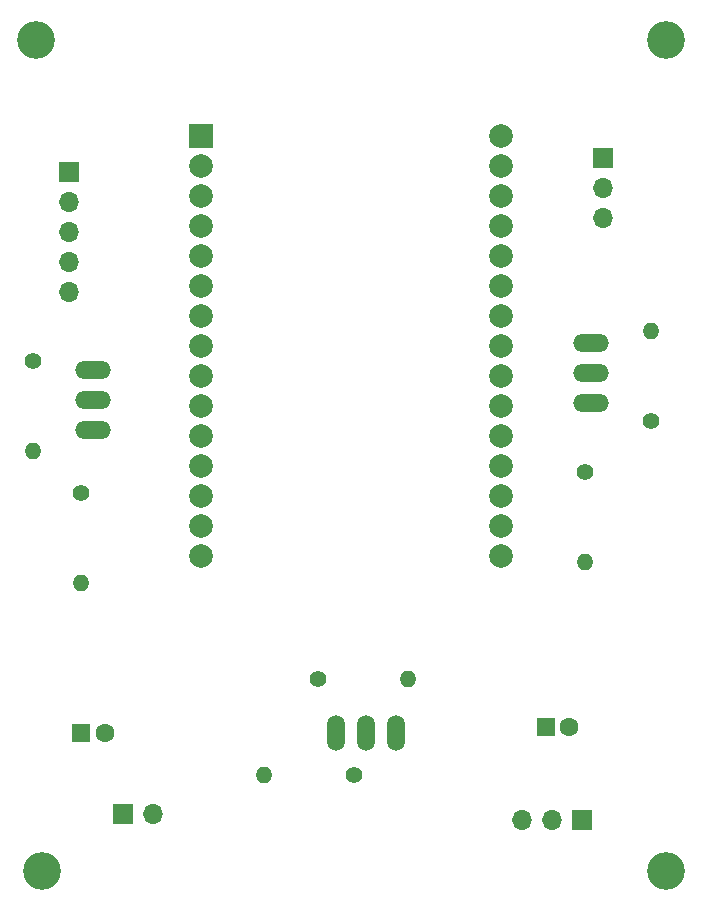
<source format=gbr>
%TF.GenerationSoftware,KiCad,Pcbnew,6.0.6-3a73a75311~116~ubuntu22.04.1*%
%TF.CreationDate,2022-08-13T00:33:13+05:30*%
%TF.ProjectId,esp32_breakout_board,65737033-325f-4627-9265-616b6f75745f,rev?*%
%TF.SameCoordinates,Original*%
%TF.FileFunction,Soldermask,Top*%
%TF.FilePolarity,Negative*%
%FSLAX46Y46*%
G04 Gerber Fmt 4.6, Leading zero omitted, Abs format (unit mm)*
G04 Created by KiCad (PCBNEW 6.0.6-3a73a75311~116~ubuntu22.04.1) date 2022-08-13 00:33:13*
%MOMM*%
%LPD*%
G01*
G04 APERTURE LIST*
%ADD10R,1.600000X1.600000*%
%ADD11C,1.600000*%
%ADD12R,2.000000X2.000000*%
%ADD13C,2.000000*%
%ADD14C,3.200000*%
%ADD15C,1.400000*%
%ADD16O,1.400000X1.400000*%
%ADD17O,1.508000X3.016000*%
%ADD18R,1.700000X1.700000*%
%ADD19O,1.700000X1.700000*%
%ADD20O,3.016000X1.508000*%
G04 APERTURE END LIST*
D10*
%TO.C,C1*%
X102870000Y-110490000D03*
D11*
X104870000Y-110490000D03*
%TD*%
D12*
%TO.C,U1*%
X73660000Y-60431000D03*
D13*
X73660000Y-62971000D03*
X73660000Y-65511000D03*
X73660000Y-68051000D03*
X73660000Y-70591000D03*
X73660000Y-73131000D03*
X73660000Y-75671000D03*
X73660000Y-78211000D03*
X73660000Y-80751000D03*
X73660000Y-83291000D03*
X73660000Y-85831000D03*
X73660000Y-88371000D03*
X73660000Y-90911000D03*
X73660000Y-93451000D03*
X73660000Y-95991000D03*
X99060000Y-95991000D03*
X99060000Y-93451000D03*
X99060000Y-90911000D03*
X99060000Y-88371000D03*
X99060000Y-85831000D03*
X99060000Y-83291000D03*
X99060000Y-80751000D03*
X99060000Y-78211000D03*
X99060000Y-75671000D03*
X99060000Y-73131000D03*
X99060000Y-70591000D03*
X99060000Y-68051000D03*
X99060000Y-65511000D03*
X99060000Y-62971000D03*
X99060000Y-60431000D03*
%TD*%
D14*
%TO.C,H4*%
X113030000Y-122682000D03*
%TD*%
D10*
%TO.C,C2*%
X63560888Y-110998000D03*
D11*
X65560888Y-110998000D03*
%TD*%
D15*
%TO.C,R4*%
X63500000Y-90678000D03*
D16*
X63500000Y-98298000D03*
%TD*%
D14*
%TO.C,H2*%
X113030000Y-52324000D03*
%TD*%
D15*
%TO.C,R6*%
X106172000Y-88900000D03*
D16*
X106172000Y-96520000D03*
%TD*%
D17*
%TO.C,U2*%
X85090000Y-110998000D03*
X87630000Y-110998000D03*
X90170000Y-110998000D03*
%TD*%
D18*
%TO.C,J1*%
X67051000Y-117856000D03*
D19*
X69591000Y-117856000D03*
%TD*%
D20*
%TO.C,U3*%
X64516000Y-80264000D03*
X64516000Y-82804000D03*
X64516000Y-85344000D03*
%TD*%
D15*
%TO.C,R2*%
X83566000Y-106426000D03*
D16*
X91186000Y-106426000D03*
%TD*%
D18*
%TO.C,J2*%
X105918000Y-118364000D03*
D19*
X103378000Y-118364000D03*
X100838000Y-118364000D03*
%TD*%
D14*
%TO.C,H3*%
X60198000Y-122682000D03*
%TD*%
D18*
%TO.C,J3*%
X62484000Y-63505000D03*
D19*
X62484000Y-66045000D03*
X62484000Y-68585000D03*
X62484000Y-71125000D03*
X62484000Y-73665000D03*
%TD*%
D20*
%TO.C,U4*%
X106680000Y-83058000D03*
X106680000Y-80518000D03*
X106680000Y-77978000D03*
%TD*%
D14*
%TO.C,H1*%
X59690000Y-52324000D03*
%TD*%
D18*
%TO.C,J4*%
X107696000Y-62245000D03*
D19*
X107696000Y-64785000D03*
X107696000Y-67325000D03*
%TD*%
D15*
%TO.C,R1*%
X86614000Y-114554000D03*
D16*
X78994000Y-114554000D03*
%TD*%
D15*
%TO.C,R5*%
X111760000Y-84582000D03*
D16*
X111760000Y-76962000D03*
%TD*%
D15*
%TO.C,R3*%
X59436000Y-79502000D03*
D16*
X59436000Y-87122000D03*
%TD*%
M02*

</source>
